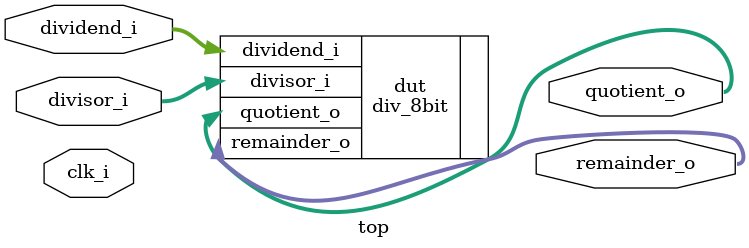
<source format=sv>
/* verilator lint_off UNUSED */
module top(
    //inputs
    input logic clk_i,
    input logic [7:0] dividend_i,
    input logic [3:0] divisor_i,
    //outputs
    output logic [7:0] quotient_o,
    output logic [4:0] remainder_o
);
    div_8bit dut(
        .dividend_i   (dividend_i),
        .divisor_i    (divisor_i),
        .quotient_o   (quotient_o),
        .remainder_o  (remainder_o)
    );
endmodule : top

</source>
